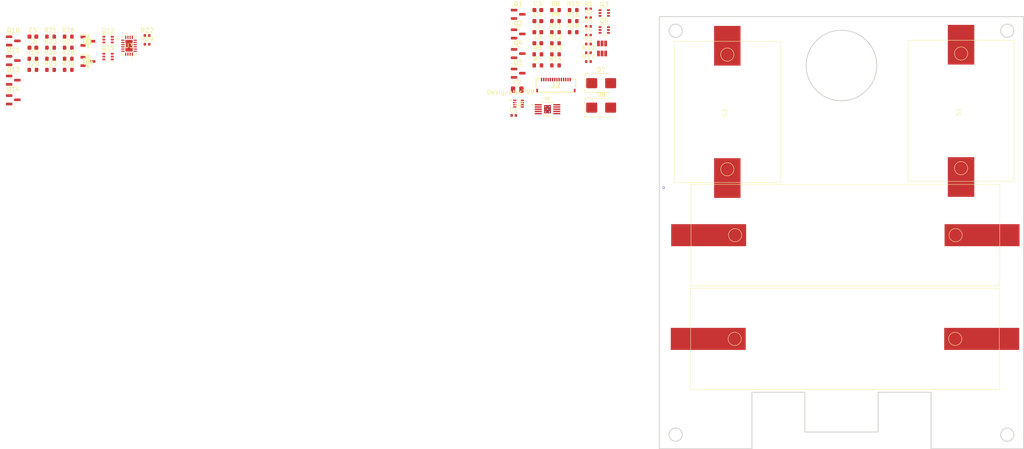
<source format=kicad_pcb>
(kicad_pcb (version 20221018) (generator pcbnew)
  (layers (0 "F.Cu" signal) (1 "In1.Cu" signal) (2 "In2.Cu" signal) (31 "B.Cu" signal) (34 "B.Paste" user) (35 "F.Paste" user) (36 "B.SilkS" user "B.Silkscreen") (37 "F.SilkS" user "F.Silkscreen") (38 "B.Mask" user) (39 "F.Mask" user) (44 "Edge.Cuts" user))
  (net 0 "")
  (net 1 "GND")
  (net 2 "Net-(Q2-G)")
  (net 3 "Net-(Q5-G)")
  (net 4 "Net-(JP1-C)")
  (net 5 "/+3.3v")
  (net 9 "Net-(Q11-G)")
  (net 10 "/coils")
  (net 11 "Net-(U1-OUT1)")
  (net 12 "Net-(U1-OUT2)")
  (net 13 "Net-(Q1-G)")
  (net 14 "Net-(Q1-S)")
  (net 15 "SCL1_b4iso")
  (net 16 "Net-(Q3A-B1)")
  (net 17 "Net-(Q4-G)")
  (net 18 "Net-(Q4-S)")
  (net 19 "SDA1_b4iso")
  (net 20 "Net-(Q6A-B1)")
  (net 21 "Net-(U1-A0)")
  (net 22 "+3.3V")
  (net 23 "Net-(U1-A1)")
  (net 24 "Net-(U1-ISENSE)")
  (net 25 "VBATT")
  (net 27 "Net-(D7-K)")
  (net 28 "Net-(Q14-G)")
  (net 29 "/3224_vout")
  (net 30 "Net-(D1-K{slash}A)")
  (net 31 "/7023_vout")
  (net 32 "Net-(D4-K{slash}A)")
  (net 33 "VSOLAR")
  (net 34 "SDA_SUN")
  (net 35 "SCL_SUN")
  (net 36 "SCL_TORQUE")
  (net 37 "SDA_TORQUE")
  (net 38 "Net-(Q10-G)")
  (net 39 "Net-(Q10-S)")
  (net 40 "Net-(Q12A-B1)")
  (net 41 "Net-(Q13-G)")
  (net 42 "Net-(Q13-S)")
  (net 43 "Net-(Q15A-B1)")
  (footprint "Resistor_SMD:R_0402_1005Metric" (layer "F.Cu") (at 94.495 52.82)
    (fp_text reference "R5" (at 0 -1.17) (layer "F.SilkS"))
    (fp_text value "0")
    (pad "1" smd roundrect (at -0.51 0) (size 0.54 0.64) (layers "F.Cu" "F.Paste" "F.Mask") (net 24 "Net-(U1-ISENSE)"))
    (pad "2" smd roundrect (at 0.51 0) (size 0.54 0.64) (layers "F.Cu" "F.Paste" "F.Mask") (net 1 "GND"))
  )
  (footprint "Package_TO_SOT_SMD:SOT-23" (layer "F.Cu") (at -35.94 52.12)
    (fp_text reference "Q10" (at 0 -2.4) (layer "F.SilkS"))
    (fp_text value "BSS138")
    (pad "1" smd roundrect (at -0.9375 -0.95) (size 1.475 0.6) (layers "F.Cu" "F.Paste" "F.Mask") (net 38 "Net-(Q10-G)"))
    (pad "2" smd roundrect (at -0.9375 0.95) (size 1.475 0.6) (layers "F.Cu" "F.Paste" "F.Mask") (net 39 "Net-(Q10-S)"))
    (pad "3" smd roundrect (at 0.9375 0) (size 1.475 0.6) (layers "F.Cu" "F.Paste" "F.Mask") (net 1 "GND"))
  )
  (footprint "Resistor_SMD:R_0402_1005Metric" (layer "F.Cu") (at 94.495 56.8)
    (fp_text reference "R17" (at 0 -1.17) (layer "F.SilkS"))
    (fp_text value "10K")
    (pad "1" smd roundrect (at -0.51 0) (size 0.54 0.64) (layers "F.Cu" "F.Paste" "F.Mask") (net 37 "SDA_TORQUE"))
    (pad "2" smd roundrect (at 0.51 0) (size 0.54 0.64) (layers "F.Cu" "F.Paste" "F.Mask") (net 22 "+3.3V"))
  )
  (footprint "CUSTOM_SOLAR_7023:sol_pan_SM141K10TFS_70x23" (layer "F.Cu") (at 124.33 93.760001)
    (fp_text reference "S4" hide)
    (fp_text value "sol_pan_70x23" hide)
    (pad "1" smd rect (at -2.58 2.41) (size 17 5) (layers "F.Cu" "F.Paste" "F.Mask") (net 32 "Net-(D4-K{slash}A)") (clearance 1))
    (pad "2" smd rect (at 59.42 2.41) (size 17 5) (layers "F.Cu" "F.Paste" "F.Mask") (net 1 "GND") (clearance 1))
  )
  (footprint "SparkFun-Jumper:SMT-JUMPER_3_NO_NO-SILK" (layer "F.Cu") (at 97.5803 54.97)
    (fp_text reference "JP2")
    (fp_text value "~")
    (pad "1" smd rect (at -0.8128 0) (size 0.635 1.27) (layers "F.Cu" "F.Mask") (net 1 "GND"))
    (pad "2" smd rect (at 0 0) (size 0.635 1.27) (layers "F.Cu" "F.Mask") (net 4 "Net-(JP1-C)"))
    (pad "3" smd rect (at 0.8128 0) (size 0.635 1.27) (layers "F.Cu" "F.Mask") (net 5 "/+3.3v"))
  )
  (footprint "Resistor_SMD:R_0603_1608Metric" (layer "F.Cu") (at -27.48 53.66)
    (fp_text reference "R23" (at 0 -1.43) (layer "F.SilkS"))
    (fp_text value "100K")
    (pad "1" smd roundrect (at -0.825 0) (size 0.8 0.95) (layers "F.Cu" "F.Paste" "F.Mask") (net 9 "Net-(Q11-G)"))
    (pad "2" smd roundrect (at 0.825 0) (size 0.8 0.95) (layers "F.Cu" "F.Paste" "F.Mask") (net 35 "SCL_SUN"))
  )
  (footprint "Resistor_SMD:R_0603_1608Metric" (layer "F.Cu") (at 91.035 50.14)
    (fp_text reference "R18" (at 0 -1.43) (layer "F.SilkS"))
    (fp_text value "100K")
    (pad "1" smd roundrect (at -0.825 0) (size 0.8 0.95) (layers "F.Cu" "F.Paste" "F.Mask") (net 3 "Net-(Q5-G)"))
    (pad "2" smd roundrect (at 0.825 0) (size 0.8 0.95) (layers "F.Cu" "F.Paste" "F.Mask") (net 37 "SDA_TORQUE"))
  )
  (footprint "Diode_SMD:D_SMB" (layer "F.Cu") (at 97.38 61.7)
    (fp_text reference "D7" (at 0 -3) (layer "F.SilkS"))
    (fp_text value "B220")
    (pad "1" smd roundrect (at -2.15 0) (size 2.5 2.3) (layers "F.Cu" "F.Paste" "F.Mask") (roundrect_rratio 0.1086956522) (net 27 "Net-(D7-K)"))
    (pad "2" smd roundrect (at 2.15 0) (size 2.5 2.3) (layers "F.Cu" "F.Paste" "F.Mask") (roundrect_rratio 0.1086956522) (net 22 "+3.3V"))
  )
  (footprint "F3311A7H121008E200:F3311A7H121014E200" (layer "F.Cu") (at 87.11 62.22)
    (fp_text reference "J2" (at -0.025 -0.095) (layer "F.SilkS") (effects (font (size 1.27 1.27) (thickness 0.254))))
    (fp_text value "F3311A7H121014E200" hide)
    (pad "1" smd rect (at -3.25 -1.345) (size 0.3 0.8) (layers "F.Cu" "F.Paste" "F.Mask") (net 33 "VSOLAR"))
    (pad "2" smd rect (at -2.75 -1.345) (size 0.3 0.8) (layers "F.Cu" "F.Paste" "F.Mask") (net 25 "VBATT"))
    (pad "3" smd rect (at -2.25 -1.345) (size 0.3 0.8) (layers "F.Cu" "F.Paste" "F.Mask") (net 25 "VBATT"))
    (pad "4" smd rect (at -1.75 -1.345) (size 0.3 0.8) (layers "F.Cu" "F.Paste" "F.Mask") (net 1 "GND"))
    (pad "5" smd rect (at -1.25 -1.345) (size 0.3 0.8) (layers "F.Cu" "F.Paste" "F.Mask") (net 22 "+3.3V"))
    (pad "6" smd rect (at -0.75 -1.345) (size 0.3 0.8) (layers "F.Cu" "F.Paste" "F.Mask") (net 15 "SCL1_b4iso"))
    (pad "7" smd rect (at -0.25 -1.345) (size 0.3 0.8) (layers "F.Cu" "F.Paste" "F.Mask") (net 19 "SDA1_b4iso"))
    (pad "8" smd rect (at 0.25 -1.345) (size 0.3 0.8) (layers "F.Cu" "F.Paste" "F.Mask") (net 19 "SDA1_b4iso"))
    (pad "9" smd rect (at 0.75 -1.345) (size 0.3 0.8) (layers "F.Cu" "F.Paste" "F.Mask") (net 15 "SCL1_b4iso"))
    (pad "10" smd rect (at 1.25 -1.345) (size 0.3 0.8) (layers "F.Cu" "F.Paste" "F.Mask") (net 22 "+3.3V"))
    (pad "11" smd rect (at 1.75 -1.345) (size 0.3 0.8) (layers "F.Cu" "F.Paste" "F.Mask") (net 1 "GND"))
    (pad "12" smd rect (at 2.25 -1.345) (size 0.3 0.8) (layers "F.Cu" "F.Paste" "F.Mask") (net 25 "VBATT"))
    (pad "13" smd rect (at 2.75 -1.345) (size 0.3 0.8) (layers "F.Cu" "F.Paste" "F.Mask") (net 25 "VBATT"))
    (pad "14" smd rect (at 3.25 -1.345) (size 0.3 0.8) (layers "F.Cu" "F.Paste" "F.Mask") (net 33 "VSOLAR"))
    (pad "MP1" smd rect (at -4.25 1.155) (size 0.4 0.8) (layers "F.Cu" "F.Paste" "F.Mask") (net 1 "GND"))
    (pad "MP2" smd rect (at 4.25 1.155) (size 0.4 0.8) (layers "F.Cu" "F.Paste" "F.Mask") (net 1 "GND"))
  )
  (footprint "Inductor_SMD:L_0603_1608Metric" (layer "F.Cu") (at 83.015 52.65)
    (fp_text reference "L2" (at 0 -1.43) (layer "F.SilkS"))
    (fp_text value "TBD")
    (pad "1" smd roundrect (at -0.7875 0) (size 0.875 0.95) (layers "F.Cu" "F.Paste" "F.Mask") (net 10 "/coils"))
    (pad "2" smd roundrect (at 0.7875 0) (size 0.875 0.95) (layers "F.Cu" "F.Paste" "F.Mask") (net 12 "Net-(U1-OUT2)"))
  )
  (footprint "Package_TO_SOT_SMD:SOT-23" (layer "F.Cu") (at -35.94 56.57)
    (fp_text reference "Q11" (at 0 -2.4) (layer "F.SilkS"))
    (fp_text value "BSS138")
    (pad "1" smd roundrect (at -0.9375 -0.95) (size 1.475 0.6) (layers "F.Cu" "F.Paste" "F.Mask") (net 9 "Net-(Q11-G)"))
    (pad "2" smd roundrect (at -0.9375 0.95) (size 1.475 0.6) (layers "F.Cu" "F.Paste" "F.Mask") (net 38 "Net-(Q10-G)"))
    (pad "3" smd roundrect (at 0.9375 0) (size 1.475 0.6) (layers "F.Cu" "F.Paste" "F.Mask") (net 1 "GND"))
  )
  (footprint "DRV8830DGQ:IC_XTR111AIDGQR" (layer "F.Cu") (at 85.21 67.6)
    (fp_text reference "U1" (at 0.032 -2.4064) (layer "F.SilkS") (effects (font (size 0.64 0.64))))
    (fp_text value "DRV8830DGQ")
    (pad "1" smd rect (at -2.1 -1) (size 1.6 0.3) (layers "F.Cu") (net 12 "Net-(U1-OUT2)"))
    (pad "2" smd rect (at -2.1 -0.5) (size 1.6 0.3) (layers "F.Cu") (net 24 "Net-(U1-ISENSE)"))
    (pad "3" smd rect (at -2.1 0) (size 1.6 0.3) (layers "F.Cu") (net 11 "Net-(U1-OUT1)"))
    (pad "4" smd rect (at -2.1 0.5) (size 1.6 0.3) (layers "F.Cu") (net 27 "Net-(D7-K)"))
    (pad "5" smd rect (at -2.1 1) (size 1.6 0.3) (layers "F.Cu") (net 1 "GND"))
    (pad "6" smd rect (at 2.1 1) (size 1.6 0.3) (layers "F.Cu"))
    (pad "7" smd rect (at 2.1 0.5) (size 1.6 0.3) (layers "F.Cu") (net 21 "Net-(U1-A0)"))
    (pad "8" smd rect (at 2.1 0) (size 1.6 0.3) (layers "F.Cu") (net 23 "Net-(U1-A1)"))
    (pad "9" smd rect (at 2.1 -0.5) (size 1.6 0.3) (layers "F.Cu") (net 37 "SDA_TORQUE"))
    (pad "10" smd rect (at 2.1 -1) (size 1.6 0.3) (layers "F.Cu") (net 36 "SCL_TORQUE"))
    (pad "11" smd rect (at 0 0) (size 1.57 1.88) (layers "F.Cu" "F.Paste" "F.Mask") (net 1 "GND"))
    (pad "12" thru_hole circle (at -0.45 -0.6) (size 0.4 0.4) (drill 0.2) (layers "*.Cu"))
    (pad "13" thru_hole circle (at 0.45 -0.6) (size 0.4 0.4) (drill 0.2) (layers "*.Cu"))
    (pad "14" thru_hole circle (at 0 0) (size 0.4 0.4) (drill 0.2) (layers "*.Cu"))
    (pad "15" thru_hole circle (at -0.45 0.6) (size 0.4 0.4) (drill 0.2) (layers "*.Cu"))
    (pad "16" thru_hole circle (at 0.45 0.6) (size 0.4 0.4) (drill 0.2) (layers "*.Cu"))
  )
  (footprint "Resistor_SMD:R_0402_1005Metric" (layer "F.Cu") (at 94.495 48.84)
    (fp_text reference "R3" (at 0 -1.17) (layer "F.SilkS"))
    (fp_text value "0")
    (pad "1" smd roundrect (at -0.51 0) (size 0.54 0.64) (layers "F.Cu" "F.Paste" "F.Mask") (net 23 "Net-(U1-A1)"))
    (pad "2" smd roundrect (at 0.51 0) (size 0.54 0.64) (layers "F.Cu" "F.Paste" "F.Mask") (net 22 "+3.3V"))
  )
  (footprint "LTC3130:UDC_20_ADI" (layer "F.Cu") (at -9.6814 53.2144)
    (fp_text reference "U3" (at 0 0 unlocked) (layer "F.SilkS"))
    (fp_text value "LTC3130EUDC-1-PBF")
    (fp_text user "*" (at -2.4384 -1.25 unlocked) (layer "F.SilkS"))
    (fp_text user "*" (at -2.4384 -1.25) (layer "F.SilkS"))
    (fp_poly (pts (xy -0.8255 -1.3208) (xy 0.8255 -1.3208) (xy 0.8255 1.3208) (xy -0.8255 1.3208)) (fill solid) (layer "F.Cu"))
    (pad "1" smd oval (at -1.397 -1.25 90) (size 0.254 0.8128) (layers "F.Cu" "F.Paste" "F.Mask"))
    (pad "2" smd oval (at -1.397 -0.750001 90) (size 0.254 0.8128) (layers "F.Cu" "F.Paste" "F.Mask"))
    (pad "3" smd oval (at -1.397 -0.25 90) (size 0.254 0.8128) (layers "F.Cu" "F.Paste" "F.Mask"))
    (pad "4" smd oval (at -1.397 0.25 90) (size 0.254 0.8128) (layers "F.Cu" "F.Paste" "F.Mask"))
    (pad "5" smd oval (at -1.397 0.750001 90) (size 0.254 0.8128) (layers "F.Cu" "F.Paste" "F.Mask"))
    (pad "6" smd oval (at -1.397 1.25 90) (size 0.254 0.8128) (layers "F.Cu" "F.Paste" "F.Mask"))
    (pad "7" smd oval (at -0.750001 1.905) (size 0.254 0.8128) (layers "F.Cu" "F.Paste" "F.Mask"))
    (pad "8" smd oval (at -0.25 1.905) (size 0.254 0.8128) (layers "F.Cu" "F.Paste" "F.Mask"))
    (pad "9" smd oval (at 0.25 1.905) (size 0.254 0.8128) (layers "F.Cu" "F.Paste" "F.Mask"))
    (pad "10" smd oval (at 0.750001 1.905) (size 0.254 0.8128) (layers "F.Cu" "F.Paste" "F.Mask"))
    (pad "11" smd oval (at 1.397 1.25 90) (size 0.254 0.8128) (layers "F.Cu" "F.Paste" "F.Mask"))
    (pad "12" smd oval (at 1.397 0.750001 90) (size 0.254 0.8128) (layers "F.Cu" "F.Paste" "F.Mask"))
    (pad "13" smd oval (at 1.397 0.25 90) (size 0.254 0.8128) (layers "F.Cu" "F.Paste" "F.Mask"))
    (pad "14" smd oval (at 1.397 -0.25 90) (size 0.254 0.8128) (layers "F.Cu" "F.Paste" "F.Mask"))
    (pad "15" smd oval (at 1.397 -0.750001 90) (size 0.254 0.8128) (layers "F.Cu" "F.Paste" "F.Mask"))
    (pad "16" smd oval (at 1.397 -1.25 90) (size 0.254 0.8128) (layers "F.Cu" "F.Paste" "F.Mask"))
    (pad "17" smd oval (at 0.750001 -1.905) (size 0.254 0.8128) (layers "F.Cu" "F.Paste" "F.Mask"))
    (pad "18" smd oval (at 0.25 -1.905) (size 0.254 0.8128) (layers "F.Cu" "F.Paste" "F.Mask"))
    (pad "19" smd oval (at -0.25 -1.905) (size 0.254 0.8128) (layers "F.Cu" "F.Paste" "F.Mask"))
    (pad "20" smd oval (at -0.750001 -1.905) (size 0.254 0.8128) (layers "F.Cu" "F.Paste" "F.Mask"))
  )
  (footprint "Resistor_SMD:R_0603_1608Metric" (layer "F.Cu") (at -27.48 58.68)
    (fp_text reference "R25" (at 0 -1.43) (layer "F.SilkS"))
    (fp_text value "0")
    (pad "1" smd roundrect (at -0.825 0) (size 0.8 0.95) (layers "F.Cu" "F.Paste" "F.Mask") (net 19 "SDA1_b4iso"))
    (pad "2" smd roundrect (at 0.825 0) (size 0.8 0.95) (layers "F.Cu" "F.Paste" "F.Mask") (net 34 "SDA_SUN"))
  )
  (footprint "Resistor_SMD:R_0603_1608Metric" (layer "F.Cu") (at 87.025 47.63)
    (fp_text reference "R9" (at 0 -1.43) (layer "F.SilkS"))
    (fp_text value "10K")
    (pad "1" smd roundrect (at -0.825 0) (size 0.8 0.95) (layers "F.Cu" "F.Paste" "F.Mask") (net 22 "+3.3V"))
    (pad "2" smd roundrect (at 0.825 0) (size 0.8 0.95) (layers "F.Cu" "F.Paste" "F.Mask") (net 14 "Net-(Q1-S)"))
  )
  (footprint "Resistor_SMD:R_0402_1005Metric" (layer "F.Cu") (at -5.6 52.88)
    (fp_text reference "R29" (at 0 -1.17) (layer "F.SilkS"))
    (fp_text value "10K")
    (pad "1" smd roundrect (at -0.51 0) (size 0.54 0.64) (layers "F.Cu" "F.Paste" "F.Mask") (net 34 "SDA_SUN"))
    (pad "2" smd roundrect (at 0.51 0) (size 0.54 0.64) (layers "F.Cu" "F.Paste" "F.Mask") (net 22 "+3.3V"))
  )
  (footprint "SparkFun-Jumper:SMT-JUMPER_3_NO_NO-SILK" (layer "F.Cu") (at 97.5803 52.7)
    (fp_text reference "JP1")
    (fp_text value "~")
    (pad "1" smd rect (at -0.8128 0) (size 0.635 1.27) (layers "F.Cu" "F.Mask") (net 34 "SDA_SUN"))
    (pad "2" smd rect (at 0 0) (size 0.635 1.27) (layers "F.Cu" "F.Mask") (net 4 "Net-(JP1-C)"))
    (pad "3" smd rect (at 0.8128 0) (size 0.635 1.27) (layers "F.Cu" "F.Mask") (net 35 "SCL_SUN"))
  )
  (footprint "Capacitor_SMD:C_0805_2012Metric" (layer "F.Cu") (at 78.345 63.17)
    (fp_text reference "C2" (at 0 -1.68) (layer "F.SilkS"))
    (fp_text value "10uF")
    (pad "1" smd roundrect (at -0.95 0) (size 1 1.45) (layers "F.Cu" "F.Paste" "F.Mask") (net 27 "Net-(D7-K)"))
    (pad "2" smd roundrect (at 0.95 0) (size 1 1.45) (layers "F.Cu" "F.Paste" "F.Mask") (net 1 "GND"))
  )
  (footprint "Resistor_SMD:R_0603_1608Metric" (layer "F.Cu") (at 87.025 45.12)
    (fp_text reference "R8" (at 0 -1.43) (layer "F.SilkS"))
    (fp_text value "600")
    (pad "1" smd roundrect (at -0.825 0) (size 0.8 0.95) (layers "F.Cu" "F.Paste" "F.Mask") (net 14 "Net-(Q1-S)"))
    (pad "2" smd roundrect (at 0.825 0) (size 0.8 0.95) (layers "F.Cu" "F.Paste" "F.Mask") (net 16 "Net-(Q3A-B1)"))
  )
  (footprint "CUSTOM_SOLAR_2432:solar_panel_SM500K12TF_32x24" (layer "F.Cu") (at 166.99 83.98 90)
    (fp_text reference "S1" (at 15.74 11.45 90 unlocked) (layer "F.SilkS") (effects (font (thickness 0.1))))
    (fp_text value "sol_pan_32x24")
    (pad "1" smd rect (at 1 12 90) (size 9 6) (layers "F.Cu" "F.Paste" "F.Mask") (net 29 "/3224_vout") (clearance 1))
    (pad "2" smd rect (at 31 12 90) (size 9 6) (layers "F.Cu" "F.Paste" "F.Mask") (net 30 "Net-(D1-K{slash}A)") (clearance 1))
  )
  (footprint "AA_AUTO_LOADER:SOT95P237X125-3N" (layer "F.Cu") (at -19.015 52.19)
    (fp_text reference "D1" (at 0 0) (layer "F.SilkS") (effects (font (size 1.27 1.27) (thickness 0.254))))
    (fp_text value "BAV99-TP" hide)
    (pad "1" smd rect (at -1.1 -0.95 90) (size 0.6 1.15) (layers "F.Cu" "F.Paste" "F.Mask") (net 1 "GND"))
    (pad "2" smd rect (at -1.1 0.95 90) (size 0.6 1.15) (layers "F.Cu" "F.Paste" "F.Mask") (net 29 "/3224_vout"))
    (pad "3" smd rect (at 1.1 0 90) (size 0.6 1.15) (layers "F.Cu" "F.Paste" "F.Mask") (net 30 "Net-(D1-K{slash}A)"))
  )
  (footprint "Capacitor_SMD:C_0603_1608Metric" (layer "F.Cu") (at 83.015 45.12)
    (fp_text reference "C3" (at 0 -1.43) (layer "F.SilkS"))
    (fp_text value "10nF")
    (pad "1" smd roundrect (at -0.775 0) (size 0.9 0.95) (layers "F.Cu" "F.Paste" "F.Mask") (net 2 "Net-(Q2-G)"))
    (pad "2" smd roundrect (at 0.775 0) (size 0.9 0.95) (layers "F.Cu" "F.Paste" "F.Mask") (net 1 "GND"))
  )
  (footprint "CUSTOM_SOLAR_2432:solar_panel_SM500K12TF_32x24" (layer "F.Cu") (at 113.98 84.22 90)
    (fp_text reference "S3" (at 15.74 11.45 90 unlocked) (layer "F.SilkS") (effects (font (thickness 0.1))))
    (fp_text value "sol_pan_32x24")
    (pad "1" smd rect (at 1 12 90) (size 9 6) (layers "F.Cu" "F.Paste" "F.Mask") (net 30 "Net-(D1-K{slash}A)") (clearance 1))
    (pad "2" smd rect (at 31 12 90) (size 9 6) (layers "F.Cu" "F.Paste" "F.Mask") (net 1 "GND") (clearance 1))
  )
  (footprint "Resistor_SMD:R_0603_1608Metric" (layer "F.Cu") (at -27.48 56.17)
    (fp_text reference "R24" (at 0 -1.43) (layer "F.SilkS"))
    (fp_text value "0")
    (pad "1" smd roundrect (at -0.825 0) (size 0.8 0.95) (layers "F.Cu" "F.Paste" "F.Mask") (net 15 "SCL1_b4iso"))
    (pad "2" smd roundrect (at 0.825 0) (size 0.8 0.95) (layers "F.Cu" "F.Paste" "F.Mask") (net 35 "SCL_SUN"))
  )
  (footprint "Resistor_SMD:R_0603_1608Metric" (layer "F.Cu") (at -23.47 58.68)
    (fp_text reference "R30" (at 0 -1.43) (layer "F.SilkS"))
    (fp_text value "100K")
    (pad "1" smd roundrect (at -0.825 0) (size 0.8 0.95) (layers "F.Cu" "F.Paste" "F.Mask") (net 28 "Net-(Q14-G)"))
    (pad "2" smd roundrect (at 0.825 0) (size 0.8 0.95) (layers "F.Cu" "F.Paste" "F.Mask") (net 34 "SDA_SUN"))
  )
  (footprint "Resistor_SMD:R_0402_1005Metric" (layer "F.Cu") (at -5.6 50.89)
    (fp_text reference "R22" (at 0 -1.17) (layer "F.SilkS"))
    (fp_text value "10K")
    (pad "1" smd roundrect (at -0.51 0) (size 0.54 0.64) (layers "F.Cu" "F.Paste" "F.Mask") (net 35 "SCL_SUN"))
    (pad "2" smd roundrect (at 0.51 0) (size 0.54 0.64) (layers "F.Cu" "F.Paste" "F.Mask") (net 22 "+3.3V"))
  )
  (footprint "Resistor_SMD:R_0603_1608Metric" (layer "F.Cu") (at 87.025 50.14)
    (fp_text reference "R11" (at 0 -1.43) (layer "F.SilkS"))
    (fp_text value "100K")
    (pad "1" smd roundrect (at -0.825 0) (size 0.8 0.95) (layers "F.Cu" "F.Paste" "F.Mask") (net 2 "Net-(Q2-G)"))
    (pad "2" smd roundrect (at 0.825 0) (size 0.8 0.95) (layers "F.Cu" "F.Paste" "F.Mask") (net 36 "SCL_TORQUE"))
  )
  (footprint "Resistor_SMD:R_0603_1608Metric" (layer "F.Cu") (at -23.47 56.17)
    (fp_text reference "R28" (at 0 -1.43) (layer "F.SilkS"))
    (fp_text value "10K")
    (pad "1" smd roundrect (at -0.825 0) (size 0.8 0.95) (layers "F.Cu" "F.Paste" "F.Mask") (net 22 "+3.3V"))
    (pad "2" smd roundrect (at 0.825 0) (size 0.8 0.95) (layers "F.Cu" "F.Paste" "F.Mask") (net 42 "Net-(Q13-S)"))
  )
  (footprint "Resistor_SMD:R_0603_1608Metric" (layer "F.Cu") (at 91.035 45.12)
    (fp_text reference "R15" (at 0 -1.43) (layer "F.SilkS"))
    (fp_text value "600")
    (pad "1" smd roundrect (at -0.825 0) (size 0.8 0.95) (layers "F.Cu" "F.Paste" "F.Mask") (net 20 "Net-(Q6A-B1)"))
    (pad "2" smd roundrect (at 0.825 0) (size 0.8 0.95) (layers "F.Cu" "F.Paste" "F.Mask") (net 18 "Net-(Q4-S)"))
  )
  (footprint "Resistor_SMD:R_0402_1005Metric" (layer "F.Cu") (at 94.495 46.85)
    (fp_text reference "R2" (at 0 -1.17) (layer "F.SilkS"))
    (fp_text value "0")
    (pad "1" smd roundrect (at -0.51 0) (size 0.54 0.64) (layers "F.Cu" "F.Paste" "F.Mask") (net 1 "GND"))
    (pad "2" smd roundrect (at 0.51 0) (size 0.54 0.64) (layers "F.Cu" "F.Paste" "F.Mask") (net 21 "Net-(U1-A0)"))
  )
  (footprint "Package_TO_SOT_SMD:SOT-23" (layer "F.Cu") (at 78.565 50.54)
    (fp_text reference "Q2" (at 0 -2.4) (layer "F.SilkS"))
    (fp_text value "BSS138")
    (pad "1" smd roundrect (at -0.9375 -0.95) (size 1.475 0.6) (layers "F.Cu" "F.Paste" "F.Mask") (net 2 "Net-(Q2-G)"))
    (pad "2" smd roundrect (at -0.9375 0.95) (size 1.475 0.6) (layers "F.Cu" "F.Paste" "F.Mask") (net 13 "Net-(Q1-G)"))
    (pad "3" smd roundrect (at 0.9375 0) (size 1.475 0.6) (layers "F.Cu" "F.Paste" "F.Mask") (net 1 "GND"))
  )
  (footprint "Package_TO_SOT_SMD:SOT-23" (layer "F.Cu") (at -35.94 61.02)
    (fp_text reference "Q13" (at 0 -2.4) (layer "F.SilkS"))
    (fp_text value "BSS138")
    (pad "1" smd roundrect (at -0.9375 -0.95) (size 1.475 0.6) (layers "F.Cu" "F.Paste" "F.Mask") (net 41 "Net-(Q13-G)"))
    (pad "2" smd roundrect (at -0.9375 0.95) (size 1.475 0.6) (layers "F.Cu" "F.Paste" "F.Mask") (net 42 "Net-(Q13-S)"))
    (pad "3" smd roundrect (at 0.9375 0) (size 1.475 0.6) (layers "F.Cu" "F.Paste" "F.Mask") (net 1 "GND"))
  )
  (footprint "Package_TO_SOT_SMD:SOT-363_SC-70-6" (layer "F.Cu") (at 98.075 45.79)
    (fp_text reference "Q3" (at 0 -2) (layer "F.SilkS"))
    (fp_text value "MBT2222ADW1T1")
    (pad "1" smd rect (at -0.95 -0.65) (size 0.65 0.4) (layers "F.Cu" "F.Paste" "F.Mask") (net 15 "SCL1_b4iso"))
    (pad "2" smd rect (at -0.95 0) (size 0.65 0.4) (layers "F.Cu" "F.Paste" "F.Mask") (net 16 "Net-(Q3A-B1)"))
    (pad "3" smd rect (at -0.95 0.65) (size 0.65 0.4) (layers "F.Cu" "F.Paste" "F.Mask") (net 15 "SCL1_b4iso"))
    (pad "4" smd rect (at 0.95 0.65) (size 0.65 0.4) (layers "F.Cu" "F.Paste" "F.Mask") (net 36 "SCL_TORQUE"))
    (pad "5" smd rect (at 0.95 0) (size 0.65 0.4) (layers "F.Cu" "F.Paste" "F.Mask") (net 14 "Net-(Q1-S)"))
    (pad "6" smd rect (at 0.95 -0.65) (size 0.65 0.4) (layers "F.Cu" "F.Paste" "F.Mask") (net 36 "SCL_TORQUE"))
  )
  (footprint "Package_TO_SOT_SMD:SOT-363_SC-70-6" (layer "F.Cu") (at -14.44 55.67)
    (fp_text reference "Q15" (at 0 -2) (layer "F.SilkS"))
    (fp_text value "MBT2222ADW1T1")
    (pad "1" smd rect (at -0.95 -0.65) (size 0.65 0.4) (layers "F.Cu" "F.Paste" "F.Mask") (net 19 "SDA1_b4iso"))
    (pad "2" smd rect (at -0.95 0) (size 0.65 0.4) (layers "F.Cu" "F.Paste" "F.Mask") (net 43 "Net-(Q15A-B1)"))
    (pad "3" smd rect (at -0.95 0.65) (size 0.65 0.4) (layers "F.Cu" "F.Paste" "F.Mask") (net 19 "SDA1_b4iso"))
    (pad "4" smd rect (at 0.95 0.65) (size 0.65 0.4) (layers "F.Cu" "F.Paste" "F.Mask") (net 34 "SDA_SUN"))
    (pad "5" smd rect (at 0.95 0) (size 0.65 0.4) (layers "F.Cu" "F.Paste" "F.Mask") (net 42 "Net-(Q13-S)"))
    (pad "6" smd rect (at 0.95 -0.65) (size 0.65 0.4) (layers "F.Cu" "F.Paste" "F.Mask") (net 34 "SDA_SUN"))
  )
  (footprint "Inductor_SMD:L_0603_1608Metric" (layer "F.Cu") (at 83.015 50.14)
    (fp_text reference "L1" (at 0 -1.43) (layer "F.SilkS"))
    (fp_text value "TBD")
    (pad "1" smd roundrect (at -0.7875 0) (size 0.875 0.95) (layers "F.Cu" "F.Paste" "F.Mask") (net 10 "/coils"))
    (pad "2" smd roundrect (at 0.7875 0) (size 0.875 0.95) (layers "F.Cu" "F.Paste" "F.Mask") (net 11 "Net-(U1-OUT1)"))
  )
  (footprint "Resistor_SMD:R_0603_1608Metric" (layer "F.Cu") (at -23.47 53.66)
    (fp_text reference "R27" (at 0 -1.43) (layer "F.SilkS"))
    (fp_text value "600")
    (pad "1" smd roundrect (at -0.825 0) (size 0.8 0.95) (layers "F.Cu" "F.Paste" "F.Mask") (net 43 "Net-(Q15A-B1)"))
    (pad "2" smd roundrect (at 0.825 0) (size 0.8 0.95) (layers "F.Cu" "F.Paste" "F.Mask") (net 42 "Net-(Q13-S)"))
  )
  (footprint "Resistor_SMD:R_0603_1608Metric" (layer "F.Cu") (at 87.025 55.16)
    (fp_text reference "R13" (at 0 -1.43) (layer "F.SilkS"))
    (fp_text value "0")
    (pad "1" smd roundrect (at -0.825 0) (size 0.8 0.95) (layers "F.Cu" "F.Paste" "F.Mask") (net 19 "SDA1_b4iso"))
    (pad "2" smd roundrect (at 0.825 0) (size 0.8 0.95) (layers "F.Cu" "F.Paste" "F.Mask") (net 37 "SDA_TORQUE"))
  )
  (footprint "Package_TO_SOT_SMD:SOT-23" (layer "F.Cu") (at 78.565 46.09)
    (fp_text reference "Q1" (at 0 -2.4) (layer "F.SilkS"))
    (fp_text value "BSS138")
    (pad "1" smd roundrect (at -0.9375 -0.95) (size 1.475 0.6) (layers "F.Cu" "F.Paste" "F.Mask") (net 13 "Net-(Q1-G)"))
    (pad "2" smd roundrect (at -0.9375 0.95) (size 1.475 0.6) (layers "F.Cu" "F.Paste" "F.Mask") (net 14 "Net-(Q1-S)"))
    (pad "3" smd roundrect (at 0.9375 0) (size 1.475 0.6) (layers "F.Cu" "F.Paste" "F.Mask") (net 1 "GND"))
  )
  (footprint "Resistor_SMD:R_0402_1005Metric" (layer "F.Cu") (at 94.495 44.86)
    (fp_text reference "R1" (at 0 -1.17) (layer "F.SilkS"))
    (fp_text value "0")
    (pad "1" smd roundrect (at -0.51 0) (size 0.54 0.64) (layers "F.Cu" "F.Paste" "F.Mask") (net 21 "Net-(U1-A0)"))
    (pad "2" smd roundrect (at 0.51 0) (size 0.54 0.64) (layers "F.Cu" "F.Paste" "F.Mask") (net 22 "+3.3V"))
  )
  (footprint "AA_AUTO_LOADER:SOT95P237X125-3N" (layer "F.Cu") (at -19.015 56.78)
    (fp_text reference "D4" (at 0 0) (layer "F.SilkS") (effects (font (size 1.27 1.27) (thickness 0.254))))
    (fp_text value "BAV99-TP" hide)
    (pad "1" smd rect (at -1.1 -0.95 90) (size 0.6 1.15) (layers "F.Cu" "F.Paste" "F.Mask") (net 1 "GND"))
    (pad "2" smd rect (at -1.1 0.95 90) (size 0.6 1.15) (layers "F.Cu" "F.Paste" "F.Mask") (net 31 "/7023_vout"))
    (pad "3" smd rect (at 1.1 0 90) (size 0.6 1.15) (layers "F.Cu" "F.Paste" "F.Mask") (net 32 "Net-(D4-K{slash}A)"))
  )
  (footprint "Resistor_SMD:R_0603_1608Metric" (layer "F.Cu") (at 87.025 52.65)
    (fp_text reference "R12" (at 0 -1.43) (layer "F.SilkS"))
    (fp_text value "0")
    (pad "1" smd roundrect (at -0.825 0) (size 0.8 0.95) (layers "F.Cu" "F.Paste" "F.Mask") (net 15 "SCL1_b4iso"))
    (pad "2" smd roundrect (at 0.825 0) (size 0.8 0.95) (layers "F.Cu" "F.Paste" "F.Mask") (net 36 "SCL_TORQUE"))
  )
  (footprint "Resistor_SMD:R_0603_1608Metric" (layer "F.Cu") (at 83.015 55.16)
    (fp_text reference "R6" (at 0 -1.43) (layer "F.SilkS"))
    (fp_text value "0")
    (pad "1" smd roundrect (at -0.825 0) (size 0.8 0.95) (layers "F.Cu" "F.Paste" "F.Mask") (net 22 "+3.3V"))
    (pad "2" smd roundrect (at 0.825 0) (size 0.8 0.95) (layers "F.Cu" "F.Paste" "F.Mask") (net 27 "Net-(D7-K)"))
  )
  (footprint "Capacitor_SMD:C_0402_1005Metric" (layer "F.Cu") (at 77.555 69.01)
    (fp_text reference "C1" (at 0 -1.16) (layer "F.SilkS"))
    (fp_text value "0.1uF")
    (pad "1" smd roundrect (at -0.48 0) (size 0.56 0.62) (layers "F.Cu" "F.Paste" "F.Mask") (net 27 "Net-(D7-K)"))
    (pad "2" smd roundrect (at 0.48 0) (size 0.56 0.62) (layers "F.Cu" "F.Paste" "F.Mask") (net 1 "GND"))
  )
  (footprint "Diode_SMD:D_SMB" (layer "F.Cu") (at 97.38 67.25)
    (fp_text reference "D8" (at 0 -3) (layer "F.SilkS"))
    (fp_text value "B220")
    (pad "1" smd roundrect (at -2.15 0) (size 2.5 2.3) (layers "F.Cu" "F.Paste" "F.Mask") (roundrect_rratio 0.1086956522) (net 27 "Net-(D7-K)"))
    (pad "2" smd roundrect (at 2.15 0) (size 2.5 2.3) (layers "F.Cu" "F.Paste" "F.Mask") (roundrect_rratio 0.1086956522) (net 25 "VBATT"))
  )
  (footprint "Resistor_SMD:R_0402_1005Metric" (layer "F.Cu") (at 94.495 54.81)
    (fp_text reference "R10" (at 0 -1.17) (layer "F.SilkS"))
    (fp_text value "10K")
    (pad "1" smd roundrect (at -0.51 0) (size 0.54 0.64) (layers "F.Cu" "F.Paste" "F.Mask") (net 36 "SCL_TORQUE"))
    (pad "2" smd roundrect (at 0.51 0) (size 0.54 0.64) (layers "F.Cu" "F.Paste" "F.Mask") (net 22 "+3.3V"))
  )
  (footprint "Package_TO_SOT_SMD:SOT-23" (layer "F.Cu") (at -35.94 65.47)
    (fp_text reference "Q14" (at 0 -2.4) (layer "F.SilkS"))
    (fp_text value "BSS138")
    (pad "1" smd roundrect (at -0.9375 -0.95) (size 1.475 0.6) (layers "F.Cu" "F.Paste" "F.Mask") (net 28 "Net-(Q14-G)"))
    (pad "2" smd roundrect (at -0.9375 0.95) (size 1.475 0.6) (layers "F.Cu" "F.Paste" "F.Mask") (net 41 "Net-(Q13-G)"))
    (pad "3" smd roundrect (at 0.9375 0) (size 1.475 0.6) (layers "F.Cu" "F.Paste" "F.Mask") (net 1 "GND"))
  )
  (footprint "Resistor_SMD:R_0603_1608Metric" (layer "F.Cu") (at -27.48 51.15)
    (fp_text reference "R21" (at 0 -1.43) (layer "F.SilkS"))
    (fp_text value "10K")
    (pad "1" smd roundrect (at -0.825 0) (size 0.8 0.95) (layers "F.Cu" "F.Paste" "F.Mask") (net 22 "+3.3V"))
    (pad "2" smd roundrect (at 0.825 0) (size 0.8 0.95) (layers "F.Cu" "F.Paste" "F.Mask") (net 39 "Net-(Q10-S)"))
  )
  (footprint "Resistor_SMD:R_0402_1005Metric" (layer "F.Cu") (at 94.495 50.83)
    (fp_text reference "R4" (at 0 -1.17) (layer "F.SilkS"))
    (fp_text value "0")
    (pad "1" smd roundrect (at -0.51 0) (size 0.54 0.64) (layers "F.Cu" "F.Paste" "F.Mask") (net 1 "GND"))
    (pad "2" smd roundrect (at 0.51 0) (size 0.54 0.64) (layers "F.Cu" "F.Paste" "F.Mask") (net 23 "Net-(U1-A1)"))
  )
  (footprint "Package_TO_SOT_SMD:SOT-363_SC-70-6" (layer "F.Cu") (at 98.075 49.64)
    (fp_text reference "Q6" (at 0 -2) (layer "F.SilkS"))
    (fp_text value "MBT2222ADW1T1")
    (pad "1" smd rect (at -0.95 -0.65) (size 0.65 0.4) (layers "F.Cu" "F.Paste" "F.Mask") (net 19 "SDA1_b4iso"))
    (pad "2" smd rect (at -0.95 0) (size 0.65 0.4) (layers "F.Cu" "F.Paste" "F.Mask") (net 20 "Net-(Q6A-B1)"))
    (pad "3" smd rect (at -0.95 0.65) (size 0.65 0.4) (layers "F.Cu" "F.Paste" "F.Mask") (net 19 "SDA1_b4iso"))
    (pad "4" smd rect (at 0.95 0.65) (size 0.65 0.4) (layers "F.Cu" "F.Paste" "F.Mask") (net 37 "SDA_TORQUE"))
    (pad "5" smd rect (at 0.95 0) (size 0.65 0.4) (layers "F.Cu" "F.Paste" "F.Mask") (net 18 "Net-(Q4-S)"))
    (pad "6" smd rect (at 0.95 -0.65) (size 0.65 0.4) (layers "F.Cu" "F.Paste" "F.Mask") (net 37 "SDA_TORQUE"))
  )
  (footprint "CUSTOM_SOLAR_7023:sol_pan_SM141K10TFS_70x23" (layer "F.Cu") (at 124.24 117.280001)
    (fp_text reference "S2" hide)
    (fp_text value "sol_pan_70x23" hide)
    (pad "1" smd rect (at -2.58 2.41) (size 17 5) (layers "F.Cu" "F.Paste" "F.Mask") (net 31 "/7023_vout") (clearance 1))
    (pad "2" smd rect (at 59.42 2.41) (size 17 5) (layers "F.Cu" "F.Paste" "F.Mask") (net 32 "Net-(D4-K{slash}A)") (clearance 1))
  )
  (footprint "Capacitor_SMD:C_0603_1608Metric" (layer "F.Cu") (at -31.49 53.66)
    (fp_text reference "C6" (at 0 -1.43) (layer "F.SilkS"))
    (fp_text value "10nF")
    (pad "1" smd roundrect (at -0.775 0) (size 0.9 0.95) (layers "F.Cu" "F.Paste" "F.Mask") (net 28 "Net-(Q14-G)"))
    (pad "2" smd roundrect (at 0.775 0) (size 0.9 0.95) (layers "F.Cu" "F.Paste" "F.Mask") (net 1 "GND"))
  )
  (footprint "Resistor_SMD:R_0603_1608Metric" (layer "F.Cu") (at -23.47 51.15)
    (fp_text reference "R26" (at 0 -1.43) (layer "F.SilkS"))
    (fp_text value "10K")
    (pad "1" smd roundrect (at -0.825 0) (size 0.8 0.95) (layers "F.Cu" "F.Paste" "F.Mask") (net 41 "Net-(Q13-G)"))
    (pad "2" smd roundrect (at 0.825 0) (size 0.8 0.95) (layers "F.Cu" "F.Paste" "F.Mask") (net 22 "+3.3V"))
  )
  (footprint "Package_TO_SOT_SMD:SOT-23" (layer "F.Cu") (at 78.565 59.44)
    (fp_text reference "Q5" (at 0 -2.4) (layer "F.SilkS"))
    (fp_text value "BSS138")
    (pad "1" smd roundrect (at -0.9375 -0.95) (size 1.475 0.6) (layers "F.Cu" "F.Paste" "F.Mask") (net 3 "Net-(Q5-G)"))
    (pad "2" smd roundrect (at -0.9375 0.95) (size 1.475 0.6) (layers "F.Cu" "F.Paste" "F.Mask") (net 17 "Net-(Q4-G)"))
    (pad "3" smd roundrect (at 0.9375 0) (size 1.475 0.6) (layers "F.Cu" "F.Paste" "F.Mask") (net 1 "GND"))
  )
  (footprint "Resistor_SMD:R_0603_1608Metric" (layer "F.Cu") (at 83.015 57.67)
    (fp_text reference "R7" (at 0 -1.43) (layer "F.SilkS"))
    (fp_text value "10K")
    (pad "1" smd roundrect (at -0.825 0) (size 0.8 0.95) (layers "F.Cu" "F.Paste" "F.Mask") (net 13 "Net-(Q1-G)"))
    (pad "2" smd roundrect (at 0.825 0) (size 0.8 0.95) (layers "F.Cu" "F.Paste" "F.Mask") (net 22 "+3.3V"))
  )
  (footprint "Resistor_SMD:R_0603_1608Metric" (layer "F.Cu") (at 87.025 57.67)
    (fp_text reference "R14" (at 0 -1.43) (layer "F.SilkS"))
    (fp_text value "10K")
    (pad "1" smd roundrect (at -0.825 0) (size 0.8 0.95) (layers "F.Cu" "F.Paste" "F.Mask") (net 17 "Net-(Q4-G)"))
    (pad "2" smd roundrect (at 0.825 0) (size 0.8 0.95) (layers "F.Cu" "F.Paste" "F.Mask") (net 22 "+3.3V"))
  )
  (footprint "Capacitor_SMD:C_0603_1608Metric" (layer "F.Cu") (at 83.015 47.63)
    (fp_text reference "C4" (at 0 -1.43) (layer "F.SilkS"))
    (fp_text value "10nF")
    (pad "1" smd roundrect (at -0.775 0) (size 0.9 0.95) (layers "F.Cu" "F.Paste" "F.Mask") (net 3 "Net-(Q5-G)"))
    (pad "2" smd roundrect (at 0.775 0) (size 0.9 0.95) (layers "F.Cu" "F.Paste" "F.Mask") (net 1 "GND"))
  )
  (footprint "Resistor_SMD:R_0603_1608Metric" (layer "F.Cu") (at 91.035 47.63)
    (fp_text reference "R16" (at 0 -1.43) (layer "F.SilkS"))
    (fp_text value "10K")
    (pad "1" smd roundrect (at -0.825 0) (size 0.8 0.95) (layers "F.Cu" "F.Paste" "F.Mask") (net 22 "+3.3V"))
    (pad "2" smd roundrect (at 0.825 0) (size 0.8 0.95) (layers "F.Cu" "F.Paste" "F.Mask") (net 18 "Net-(Q4-S)"))
  )
  (footprint "Resistor_SMD:R_0603_1608Metric" (layer "F.Cu") (at -31.49 56.17)
    (fp_text reference "R19" (at 0 -1.43) (layer "F.SilkS"))
    (fp_text value "10K")
    (pad "1" smd roundrect (at -0.825 0) (size 0.8 0.95) (layers "F.Cu" "F.Paste" "F.Mask") (net 38 "Net-(Q10-G)"))
    (pad "2" smd roundrect (at 0.825 0) (size 0.8 0.95) (layers "F.Cu" "F.Paste" "F.Mask") (net 22 "+3.3V"))
  )
  (footprint "Package_TO_SOT_SMD:SOT-23" (layer "F.Cu") (at 78.565 54.99)
    (fp_text reference "Q4" (at 0 -2.4) (layer "F.SilkS"))
    (fp_text value "BSS138")
    (pad "1" smd roundrect (at -0.9375 -0.95) (size 1.475 0.6) (layers "F.Cu" "F.Paste" "F.Mask") (net 17 "Net-(Q4-G)"))
    (pad "2" smd roundrect (at -0.9375 0.95) (size 1.475 0.6) (layers "F.Cu" "F.Paste" "F.Mask") (net 18 "Net-(Q4-S)"))
    (pad "3" smd roundrect (at 0.9375 0) (size 1.475 0.6) (layers "F.Cu" "F.Paste" "F.Mask") (net 1 "GND"))
  )
  (footprint "OPT4001DTST:DTS0008A-MFG" (layer "F.Cu") (at 78.645001 66.35)
    (fp_text reference "U2" (at 0 0 unlocked) (layer "F.SilkS"))
    (fp_text value "OPT4001DTST")
    (fp_text user "Designator799" (at -1.778 -2.6162 unlocked) (layer "F.SilkS"))
    (pad "1" smd rect (at -0.860001 -0.750001) (size 0.720001 0.299999) (layers "F.Cu" "F.Paste" "F.Mask") (net 5 "/+3.3v"))
    (pad "2" smd rect (at -0.860001 -0.25) (size 0.720001 0.299999) (layers "F.Cu" "F.Paste" "F.Mask") (net 4 "Net-(JP1-C)"))
    (pad "3" smd rect (at -0.860001 0.25) (size 0.720001 0.299999) (layers "F.Cu" "F.Paste" "F.Mask"))
    (pad "4" smd rect (at -0.860001 0.750001) (size 0.720001 0.299999) (layers "F.Cu" "F.Paste" "F.Mask") (net 1 "GND"))
    (pad "5" smd rect (at 0.860001 0.750001) (size 0.720001 0.299999) (layers "F.Cu" "F.Paste" "F.Mask") (net 35 "SCL_SUN"))
    (pad "6" smd rect (at 0.860001 0.25) (size 0.720001 0.299999) (layers "F.Cu" "F.Paste" "F.Mask"))
    (pad "7" smd rect (at 0.860001 -0.25) (size 0.720001 0.299999) (layers "F.Cu" "F.Paste" "F.Mask"))
    (pad "8" smd rect (at 0.860001 -0.750001) (size 0.720001 0.299999) (layers "F.Cu" "F.Paste" "F.Mask") (net 34 "SDA_SUN"))
  )
  (footprint "Package_TO_SOT_SMD:SOT-363_SC-70-6" (layer "F.Cu") (at -14.44 51.82)
    (fp_text reference "Q12" (at 0 -2) (layer "F.SilkS"))
    (fp_text value "MBT2222ADW1T1")
    (pad "1" smd rect (at -0.95 -0.65) (size 0.65 0.4) (layers "F.Cu" "F.Paste" "F.Mask") (net 15 "SCL1_b4iso"))
    (pad "2" smd rect (at -0.95 0) (size 0.65 0.4) (layers "F.Cu" "F.Paste" "F.Mask") (net 40 "Net-(Q12A-B1)"))
    (pad "3" smd rect (at -0.95 0.65) (size 0.65 0.4) (layers "F.Cu" "F.Paste" "F.Mask") (net 15 "SCL1_b4iso"))
    (pad "4" smd rect (at 0.95 0.65) (size 0.65 0.4) (layers "F.Cu" "F.Paste" "F.Mask") (net 35 "SCL_SUN"))
    (pad "5" smd rect (at 0.95 0) (size 0.65 0.4) (layers "F.Cu" "F.Paste" "F.Mask") (net 39 "Net-(Q10-S)"))
    (pad "6" smd rect (at 0.95 -0.65) (size 0.65 0.4) (layers "F.Cu" "F.Paste" "F.Mask") (net 35 "SCL_SUN"))
  )
  (footprint "Capacitor_SMD:C_0603_1608Metric" (layer "F.Cu") (at -31.49 51.15)
    (fp_text reference "C5" (at 0 -1.43) (layer "F.SilkS"))
    (fp_text value "10nF")
    (pad "1" smd roundrect (at -0.775 0) (size 0.9 0.95) (layers "F.Cu" "F.Paste" "F.Mask") (net 9 "Net-(Q11-G)"))
    (pad "2" smd roundrect (at 0.775 0) (size 0.9 0.95) (layers "F.Cu" "F.Paste" "F.Mask") (net 1 "GND"))
  )
  (footprint "Resistor_SMD:R_0603_1608Metric" (layer "F.Cu") (at -31.49 58.68)
    (fp_text reference "R20" (at 0 -1.43) (layer "F.SilkS"))
    (fp_text value "600")
    (pad "1" smd roundrect (at -0.825 0) (size 0.8 0.95) (layers "F.Cu" "F.Paste" "F.Mask") (net 39 "Net-(Q10-S)"))
    (pad "2" smd roundrect (at 0.825 0) (size 0.8 0.95) (layers "F.Cu" "F.Paste" "F.Mask") (net 40 "Net-(Q12A-B1)"))
  )
  (gr_line (start 131.556497 144.61) (end 131.556497 131.81) (stroke (width 0.2)) (layer "Edge.Cuts"))
  (gr_line (start 172.183494 131.81) (end 172.183494 144.61) (stroke (width 0.2)) (layer "Edge.Cuts"))
  (gr_line (start 172.183494 144.61) (end 193.17 144.61) (stroke (width 0.2)) (layer "Edge.Cuts"))
  (gr_circle (center 114.27 141.41) (end 115.77 141.41) (stroke (width 0.2)) (fill none) (layer "Edge.Cuts"))
  (gr_line (start 143.556497 131.81) (end 143.556497 140.81) (stroke (width 0.2)) (layer "Edge.Cuts"))
  (gr_line (start 131.556497 131.81) (end 143.556497 131.81) (stroke (width 0.2)) (layer "Edge.Cuts"))
  (gr_line (start 160.183494 131.81) (end 172.183494 131.81) (stroke (width 0.2)) (layer "Edge.Cuts"))
  (gr_line (start 193.17 144.61) (end 193.17 46.61) (stroke (width 0.2)) (layer "Edge.Cuts"))
  (gr_circle (center 189.47 141.41) (end 190.97 141.41) (stroke (width 0.2)) (fill none) (layer "Edge.Cuts"))
  (gr_line (start 110.57 46.61) (end 110.57 144.61) (stroke (width 0.2)) (layer "Edge.Cuts"))
  (gr_circle (center 114.27 49.81) (end 115.77 49.81) (stroke (width 0.2)) (fill none) (layer "Edge.Cuts"))
  (gr_line (start 110.57 144.61) (end 131.556497 144.61) (stroke (width 0.2)) (layer "Edge.Cuts"))
  (gr_line (start 193.17 46.61) (end 110.57 46.61) (stroke (width 0.2)) (layer "Edge.Cuts"))
  (gr_circle (center 151.87 57.693) (end 159.87 57.693) (stroke (width 0.2)) (fill none) (layer "Edge.Cuts"))
  (gr_circle (center 189.47 49.81) (end 190.97 49.81) (stroke (width 0.2)) (fill none) (layer "Edge.Cuts"))
  (gr_line (start 143.556497 140.81) (end 160.183494 140.81) (stroke (width 0.2)) (layer "Edge.Cuts"))
  (gr_line (start 160.183494 140.81) (end 160.183494 131.81) (stroke (width 0.2)) (layer "Edge.Cuts"))
  (via (at 111.5374 85.4204) (size 0.508) (drill 0.3048) (layers "F.Cu" "B.Cu") (net 10))
)
</source>
